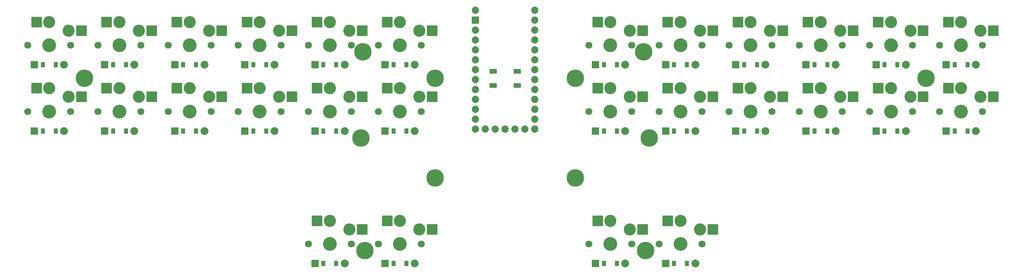
<source format=gbr>
%TF.GenerationSoftware,KiCad,Pcbnew,9.0.0*%
%TF.CreationDate,2025-04-17T17:13:29+02:00*%
%TF.ProjectId,pcb,7063622e-6b69-4636-9164-5f7063625858,v1.0.0*%
%TF.SameCoordinates,Original*%
%TF.FileFunction,Soldermask,Bot*%
%TF.FilePolarity,Negative*%
%FSLAX46Y46*%
G04 Gerber Fmt 4.6, Leading zero omitted, Abs format (unit mm)*
G04 Created by KiCad (PCBNEW 9.0.0) date 2025-04-17 17:13:29*
%MOMM*%
%LPD*%
G01*
G04 APERTURE LIST*
G04 Aperture macros list*
%AMRoundRect*
0 Rectangle with rounded corners*
0 $1 Rounding radius*
0 $2 $3 $4 $5 $6 $7 $8 $9 X,Y pos of 4 corners*
0 Add a 4 corners polygon primitive as box body*
4,1,4,$2,$3,$4,$5,$6,$7,$8,$9,$2,$3,0*
0 Add four circle primitives for the rounded corners*
1,1,$1+$1,$2,$3*
1,1,$1+$1,$4,$5*
1,1,$1+$1,$6,$7*
1,1,$1+$1,$8,$9*
0 Add four rect primitives between the rounded corners*
20,1,$1+$1,$2,$3,$4,$5,0*
20,1,$1+$1,$4,$5,$6,$7,0*
20,1,$1+$1,$6,$7,$8,$9,0*
20,1,$1+$1,$8,$9,$2,$3,0*%
G04 Aperture macros list end*
%ADD10C,3.529000*%
%ADD11C,1.801800*%
%ADD12C,3.100000*%
%ADD13RoundRect,0.050000X-1.300000X-1.300000X1.300000X-1.300000X1.300000X1.300000X-1.300000X1.300000X0*%
%ADD14RoundRect,0.050000X-0.450000X-0.600000X0.450000X-0.600000X0.450000X0.600000X-0.450000X0.600000X0*%
%ADD15RoundRect,0.050000X-0.889000X-0.889000X0.889000X-0.889000X0.889000X0.889000X-0.889000X0.889000X0*%
%ADD16C,2.005000*%
%ADD17C,1.852600*%
%ADD18RoundRect,0.050000X-0.876300X0.876300X-0.876300X-0.876300X0.876300X-0.876300X0.876300X0.876300X0*%
%ADD19RoundRect,0.050000X-0.900000X-0.550000X0.900000X-0.550000X0.900000X0.550000X-0.900000X0.550000X0*%
%ADD20C,4.500000*%
%ADD21C,0.800000*%
G04 APERTURE END LIST*
D10*
%TO.C,S1*%
X100000000Y-100000000D03*
D11*
X105500000Y-100000000D03*
X94500000Y-100000000D03*
D12*
X105000000Y-96250000D03*
X100000000Y-94050000D03*
D13*
X96725000Y-94050000D03*
X108275000Y-96250000D03*
%TD*%
D10*
%TO.C,S2*%
X100000000Y-83000000D03*
D11*
X105500000Y-83000000D03*
X94500000Y-83000000D03*
D12*
X105000000Y-79250000D03*
X100000000Y-77050000D03*
D13*
X96725000Y-77050000D03*
X108275000Y-79250000D03*
%TD*%
D10*
%TO.C,S3*%
X118000000Y-100000000D03*
D11*
X123500000Y-100000000D03*
X112500000Y-100000000D03*
D12*
X123000000Y-96250000D03*
X118000000Y-94050000D03*
D13*
X114725000Y-94050000D03*
X126275000Y-96250000D03*
%TD*%
D10*
%TO.C,S4*%
X118000000Y-83000000D03*
D11*
X123500000Y-83000000D03*
X112500000Y-83000000D03*
D12*
X123000000Y-79250000D03*
X118000000Y-77050000D03*
D13*
X114725000Y-77050000D03*
X126275000Y-79250000D03*
%TD*%
D10*
%TO.C,S5*%
X136000000Y-100000000D03*
D11*
X141500000Y-100000000D03*
X130500000Y-100000000D03*
D12*
X141000000Y-96250000D03*
X136000000Y-94050000D03*
D13*
X132725000Y-94050000D03*
X144275000Y-96250000D03*
%TD*%
D10*
%TO.C,S6*%
X136000000Y-83000000D03*
D11*
X141500000Y-83000000D03*
X130500000Y-83000000D03*
D12*
X141000000Y-79250000D03*
X136000000Y-77050000D03*
D13*
X132725000Y-77050000D03*
X144275000Y-79250000D03*
%TD*%
D10*
%TO.C,S7*%
X154000000Y-100000000D03*
D11*
X159500000Y-100000000D03*
X148500000Y-100000000D03*
D12*
X159000000Y-96250000D03*
X154000000Y-94050000D03*
D13*
X150725000Y-94050000D03*
X162275000Y-96250000D03*
%TD*%
D10*
%TO.C,S8*%
X154000000Y-83000000D03*
D11*
X159500000Y-83000000D03*
X148500000Y-83000000D03*
D12*
X159000000Y-79250000D03*
X154000000Y-77050000D03*
D13*
X150725000Y-77050000D03*
X162275000Y-79250000D03*
%TD*%
D10*
%TO.C,S9*%
X172000000Y-100000000D03*
D11*
X177500000Y-100000000D03*
X166500000Y-100000000D03*
D12*
X177000000Y-96250000D03*
X172000000Y-94050000D03*
D13*
X168725000Y-94050000D03*
X180275000Y-96250000D03*
%TD*%
D10*
%TO.C,S10*%
X172000000Y-83000000D03*
D11*
X177500000Y-83000000D03*
X166500000Y-83000000D03*
D12*
X177000000Y-79250000D03*
X172000000Y-77050000D03*
D13*
X168725000Y-77050000D03*
X180275000Y-79250000D03*
%TD*%
D10*
%TO.C,S11*%
X190000000Y-100000000D03*
D11*
X195500000Y-100000000D03*
X184500000Y-100000000D03*
D12*
X195000000Y-96250000D03*
X190000000Y-94050000D03*
D13*
X186725000Y-94050000D03*
X198275000Y-96250000D03*
%TD*%
D10*
%TO.C,S12*%
X190000000Y-83000000D03*
D11*
X195500000Y-83000000D03*
X184500000Y-83000000D03*
D12*
X195000000Y-79250000D03*
X190000000Y-77050000D03*
D13*
X186725000Y-77050000D03*
X198275000Y-79250000D03*
%TD*%
D10*
%TO.C,S13*%
X244000000Y-100000000D03*
D11*
X249500000Y-100000000D03*
X238500000Y-100000000D03*
D12*
X249000000Y-96250000D03*
X244000000Y-94050000D03*
D13*
X240725000Y-94050000D03*
X252275000Y-96250000D03*
%TD*%
D10*
%TO.C,S14*%
X244000000Y-83000000D03*
D11*
X249500000Y-83000000D03*
X238500000Y-83000000D03*
D12*
X249000000Y-79250000D03*
X244000000Y-77050000D03*
D13*
X240725000Y-77050000D03*
X252275000Y-79250000D03*
%TD*%
D10*
%TO.C,S15*%
X262000000Y-100000000D03*
D11*
X267500000Y-100000000D03*
X256500000Y-100000000D03*
D12*
X267000000Y-96250000D03*
X262000000Y-94050000D03*
D13*
X258725000Y-94050000D03*
X270275000Y-96250000D03*
%TD*%
D10*
%TO.C,S16*%
X262000000Y-83000000D03*
D11*
X267500000Y-83000000D03*
X256500000Y-83000000D03*
D12*
X267000000Y-79250000D03*
X262000000Y-77050000D03*
D13*
X258725000Y-77050000D03*
X270275000Y-79250000D03*
%TD*%
D10*
%TO.C,S17*%
X280000000Y-100000000D03*
D11*
X285500000Y-100000000D03*
X274500000Y-100000000D03*
D12*
X285000000Y-96250000D03*
X280000000Y-94050000D03*
D13*
X276725000Y-94050000D03*
X288275000Y-96250000D03*
%TD*%
D10*
%TO.C,S18*%
X280000000Y-83000000D03*
D11*
X285500000Y-83000000D03*
X274500000Y-83000000D03*
D12*
X285000000Y-79250000D03*
X280000000Y-77050000D03*
D13*
X276725000Y-77050000D03*
X288275000Y-79250000D03*
%TD*%
D10*
%TO.C,S19*%
X298000000Y-100000000D03*
D11*
X303500000Y-100000000D03*
X292500000Y-100000000D03*
D12*
X303000000Y-96250000D03*
X298000000Y-94050000D03*
D13*
X294725000Y-94050000D03*
X306275000Y-96250000D03*
%TD*%
D10*
%TO.C,S20*%
X298000000Y-83000000D03*
D11*
X303500000Y-83000000D03*
X292500000Y-83000000D03*
D12*
X303000000Y-79250000D03*
X298000000Y-77050000D03*
D13*
X294725000Y-77050000D03*
X306275000Y-79250000D03*
%TD*%
D10*
%TO.C,S21*%
X316000000Y-100000000D03*
D11*
X321500000Y-100000000D03*
X310500000Y-100000000D03*
D12*
X321000000Y-96250000D03*
X316000000Y-94050000D03*
D13*
X312725000Y-94050000D03*
X324275000Y-96250000D03*
%TD*%
D10*
%TO.C,S22*%
X316000000Y-83000000D03*
D11*
X321500000Y-83000000D03*
X310500000Y-83000000D03*
D12*
X321000000Y-79250000D03*
X316000000Y-77050000D03*
D13*
X312725000Y-77050000D03*
X324275000Y-79250000D03*
%TD*%
D10*
%TO.C,S23*%
X334000000Y-100000000D03*
D11*
X339500000Y-100000000D03*
X328500000Y-100000000D03*
D12*
X339000000Y-96250000D03*
X334000000Y-94050000D03*
D13*
X330725000Y-94050000D03*
X342275000Y-96250000D03*
%TD*%
D10*
%TO.C,S24*%
X334000000Y-83000000D03*
D11*
X339500000Y-83000000D03*
X328500000Y-83000000D03*
D12*
X339000000Y-79250000D03*
X334000000Y-77050000D03*
D13*
X330725000Y-77050000D03*
X342275000Y-79250000D03*
%TD*%
D10*
%TO.C,S25*%
X172000000Y-134000000D03*
D11*
X177500000Y-134000000D03*
X166500000Y-134000000D03*
D12*
X177000000Y-130250000D03*
X172000000Y-128050000D03*
D13*
X168725000Y-128050000D03*
X180275000Y-130250000D03*
%TD*%
D10*
%TO.C,S26*%
X190000000Y-134000000D03*
D11*
X195500000Y-134000000D03*
X184500000Y-134000000D03*
D12*
X195000000Y-130250000D03*
X190000000Y-128050000D03*
D13*
X186725000Y-128050000D03*
X198275000Y-130250000D03*
%TD*%
D10*
%TO.C,S27*%
X244000000Y-134000000D03*
D11*
X249500000Y-134000000D03*
X238500000Y-134000000D03*
D12*
X249000000Y-130250000D03*
X244000000Y-128050000D03*
D13*
X240725000Y-128050000D03*
X252275000Y-130250000D03*
%TD*%
D10*
%TO.C,S28*%
X262000000Y-134000000D03*
D11*
X267500000Y-134000000D03*
X256500000Y-134000000D03*
D12*
X267000000Y-130250000D03*
X262000000Y-128050000D03*
D13*
X258725000Y-128050000D03*
X270275000Y-130250000D03*
%TD*%
D14*
%TO.C,D1*%
X101650000Y-105000000D03*
X98350000Y-105000000D03*
D15*
X96190000Y-105000000D03*
D16*
X103810000Y-105000000D03*
%TD*%
D14*
%TO.C,D2*%
X101650000Y-88000000D03*
X98350000Y-88000000D03*
D15*
X96190000Y-88000000D03*
D16*
X103810000Y-88000000D03*
%TD*%
D14*
%TO.C,D3*%
X119650000Y-105000000D03*
X116350000Y-105000000D03*
D15*
X114190000Y-105000000D03*
D16*
X121810000Y-105000000D03*
%TD*%
D14*
%TO.C,D4*%
X119650000Y-88000000D03*
X116350000Y-88000000D03*
D15*
X114190000Y-88000000D03*
D16*
X121810000Y-88000000D03*
%TD*%
D14*
%TO.C,D5*%
X137650000Y-105000000D03*
X134350000Y-105000000D03*
D15*
X132190000Y-105000000D03*
D16*
X139810000Y-105000000D03*
%TD*%
D14*
%TO.C,D6*%
X137650000Y-88000000D03*
X134350000Y-88000000D03*
D15*
X132190000Y-88000000D03*
D16*
X139810000Y-88000000D03*
%TD*%
D14*
%TO.C,D7*%
X155650000Y-105000000D03*
X152350000Y-105000000D03*
D15*
X150190000Y-105000000D03*
D16*
X157810000Y-105000000D03*
%TD*%
D14*
%TO.C,D8*%
X155650000Y-88000000D03*
X152350000Y-88000000D03*
D15*
X150190000Y-88000000D03*
D16*
X157810000Y-88000000D03*
%TD*%
D14*
%TO.C,D9*%
X173650000Y-105000000D03*
X170350000Y-105000000D03*
D15*
X168190000Y-105000000D03*
D16*
X175810000Y-105000000D03*
%TD*%
D14*
%TO.C,D10*%
X173650000Y-88000000D03*
X170350000Y-88000000D03*
D15*
X168190000Y-88000000D03*
D16*
X175810000Y-88000000D03*
%TD*%
D14*
%TO.C,D11*%
X191650000Y-105000000D03*
X188350000Y-105000000D03*
D15*
X186190000Y-105000000D03*
D16*
X193810000Y-105000000D03*
%TD*%
D14*
%TO.C,D12*%
X191650000Y-88000000D03*
X188350000Y-88000000D03*
D15*
X186190000Y-88000000D03*
D16*
X193810000Y-88000000D03*
%TD*%
D14*
%TO.C,D13*%
X245650000Y-105000000D03*
X242350000Y-105000000D03*
D15*
X240190000Y-105000000D03*
D16*
X247810000Y-105000000D03*
%TD*%
D14*
%TO.C,D14*%
X245650000Y-88000000D03*
X242350000Y-88000000D03*
D15*
X240190000Y-88000000D03*
D16*
X247810000Y-88000000D03*
%TD*%
D14*
%TO.C,D15*%
X263650000Y-105000000D03*
X260350000Y-105000000D03*
D15*
X258190000Y-105000000D03*
D16*
X265810000Y-105000000D03*
%TD*%
D14*
%TO.C,D16*%
X263650000Y-88000000D03*
X260350000Y-88000000D03*
D15*
X258190000Y-88000000D03*
D16*
X265810000Y-88000000D03*
%TD*%
D14*
%TO.C,D17*%
X281650000Y-105000000D03*
X278350000Y-105000000D03*
D15*
X276190000Y-105000000D03*
D16*
X283810000Y-105000000D03*
%TD*%
D14*
%TO.C,D18*%
X281650000Y-88000000D03*
X278350000Y-88000000D03*
D15*
X276190000Y-88000000D03*
D16*
X283810000Y-88000000D03*
%TD*%
D14*
%TO.C,D19*%
X299650000Y-105000000D03*
X296350000Y-105000000D03*
D15*
X294190000Y-105000000D03*
D16*
X301810000Y-105000000D03*
%TD*%
D14*
%TO.C,D20*%
X299650000Y-88000000D03*
X296350000Y-88000000D03*
D15*
X294190000Y-88000000D03*
D16*
X301810000Y-88000000D03*
%TD*%
D14*
%TO.C,D21*%
X317650000Y-105000000D03*
X314350000Y-105000000D03*
D15*
X312190000Y-105000000D03*
D16*
X319810000Y-105000000D03*
%TD*%
D14*
%TO.C,D22*%
X317650000Y-88000000D03*
X314350000Y-88000000D03*
D15*
X312190000Y-88000000D03*
D16*
X319810000Y-88000000D03*
%TD*%
D14*
%TO.C,D23*%
X335650000Y-105000000D03*
X332350000Y-105000000D03*
D15*
X330190000Y-105000000D03*
D16*
X337810000Y-105000000D03*
%TD*%
D14*
%TO.C,D24*%
X335650000Y-88000000D03*
X332350000Y-88000000D03*
D15*
X330190000Y-88000000D03*
D16*
X337810000Y-88000000D03*
%TD*%
D14*
%TO.C,D25*%
X173650000Y-139000000D03*
X170350000Y-139000000D03*
D15*
X168190000Y-139000000D03*
D16*
X175810000Y-139000000D03*
%TD*%
D14*
%TO.C,D26*%
X191650000Y-139000000D03*
X188350000Y-139000000D03*
D15*
X186190000Y-139000000D03*
D16*
X193810000Y-139000000D03*
%TD*%
D14*
%TO.C,D27*%
X245650000Y-139000000D03*
X242350000Y-139000000D03*
D15*
X240190000Y-139000000D03*
D16*
X247810000Y-139000000D03*
%TD*%
D14*
%TO.C,D28*%
X263650000Y-139000000D03*
X260350000Y-139000000D03*
D15*
X258190000Y-139000000D03*
D16*
X265810000Y-139000000D03*
%TD*%
D17*
%TO.C,MCU1*%
X209380000Y-73990000D03*
D18*
X209380000Y-76530000D03*
D17*
X209380000Y-79070000D03*
X209380000Y-81610000D03*
X209380000Y-84150000D03*
X209380000Y-86690000D03*
X209380000Y-89230000D03*
X209380000Y-91770000D03*
X209380000Y-94310000D03*
X209380000Y-96850000D03*
X209380000Y-99390000D03*
X209380000Y-101930000D03*
X209380000Y-104470000D03*
X222080000Y-104470000D03*
X219540000Y-104470000D03*
X217000000Y-104470000D03*
X214460000Y-104470000D03*
X211920000Y-104470000D03*
X224620000Y-73990000D03*
X224620000Y-76530000D03*
X224620000Y-79070000D03*
X224620000Y-81610000D03*
X224620000Y-84150000D03*
X224620000Y-86690000D03*
X224620000Y-89230000D03*
X224620000Y-91770000D03*
X224620000Y-94310000D03*
X224620000Y-96850000D03*
X224620000Y-99390000D03*
X224620000Y-101930000D03*
X224620000Y-104470000D03*
%TD*%
D19*
%TO.C,B1*%
X213900000Y-89650000D03*
X220100000Y-89650000D03*
X213900000Y-93350000D03*
X220100000Y-93350000D03*
%TD*%
D20*
%TO.C,_1*%
X109000000Y-91500000D03*
D21*
X110629630Y-91500000D03*
X110152322Y-92652322D03*
X109000000Y-93129630D03*
X107847678Y-92652322D03*
X107370370Y-91500000D03*
X107847678Y-90347678D03*
X109000000Y-89870370D03*
X110152322Y-90347678D03*
%TD*%
D20*
%TO.C,_2*%
X199000000Y-91500000D03*
D21*
X200629630Y-91500000D03*
X200152322Y-92652322D03*
X199000000Y-93129630D03*
X197847678Y-92652322D03*
X197370370Y-91500000D03*
X197847678Y-90347678D03*
X199000000Y-89870370D03*
X200152322Y-90347678D03*
%TD*%
D20*
%TO.C,_3*%
X180500000Y-84700000D03*
D21*
X182129630Y-84700000D03*
X181652322Y-85852322D03*
X180500000Y-86329630D03*
X179347678Y-85852322D03*
X178870370Y-84700000D03*
X179347678Y-83547678D03*
X180500000Y-83070370D03*
X181652322Y-83547678D03*
%TD*%
D20*
%TO.C,_4*%
X180000000Y-106800000D03*
D21*
X181629630Y-106800000D03*
X181152322Y-107952322D03*
X180000000Y-108429630D03*
X178847678Y-107952322D03*
X178370370Y-106800000D03*
X178847678Y-105647678D03*
X180000000Y-105170370D03*
X181152322Y-105647678D03*
%TD*%
D20*
%TO.C,_5*%
X199000000Y-117000000D03*
D21*
X200629630Y-117000000D03*
X200152322Y-118152322D03*
X199000000Y-118629630D03*
X197847678Y-118152322D03*
X197370370Y-117000000D03*
X197847678Y-115847678D03*
X199000000Y-115370370D03*
X200152322Y-115847678D03*
%TD*%
D20*
%TO.C,_6*%
X325000000Y-91500000D03*
D21*
X326629630Y-91500000D03*
X326152322Y-92652322D03*
X325000000Y-93129630D03*
X323847678Y-92652322D03*
X323370370Y-91500000D03*
X323847678Y-90347678D03*
X325000000Y-89870370D03*
X326152322Y-90347678D03*
%TD*%
D20*
%TO.C,_7*%
X235000000Y-91500000D03*
D21*
X236629630Y-91500000D03*
X236152322Y-92652322D03*
X235000000Y-93129630D03*
X233847678Y-92652322D03*
X233370370Y-91500000D03*
X233847678Y-90347678D03*
X235000000Y-89870370D03*
X236152322Y-90347678D03*
%TD*%
D20*
%TO.C,_8*%
X252500000Y-84700000D03*
D21*
X254129630Y-84700000D03*
X253652322Y-85852322D03*
X252500000Y-86329630D03*
X251347678Y-85852322D03*
X250870370Y-84700000D03*
X251347678Y-83547678D03*
X252500000Y-83070370D03*
X253652322Y-83547678D03*
%TD*%
D20*
%TO.C,_9*%
X254000000Y-106800000D03*
D21*
X255629630Y-106800000D03*
X255152322Y-107952322D03*
X254000000Y-108429630D03*
X252847678Y-107952322D03*
X252370370Y-106800000D03*
X252847678Y-105647678D03*
X254000000Y-105170370D03*
X255152322Y-105647678D03*
%TD*%
D20*
%TO.C,_10*%
X235000000Y-117000000D03*
D21*
X236629630Y-117000000D03*
X236152322Y-118152322D03*
X235000000Y-118629630D03*
X233847678Y-118152322D03*
X233370370Y-117000000D03*
X233847678Y-115847678D03*
X235000000Y-115370370D03*
X236152322Y-115847678D03*
%TD*%
D20*
%TO.C,_11*%
X181000000Y-135700000D03*
D21*
X182629630Y-135700000D03*
X182152322Y-136852322D03*
X181000000Y-137329630D03*
X179847678Y-136852322D03*
X179370370Y-135700000D03*
X179847678Y-134547678D03*
X181000000Y-134070370D03*
X182152322Y-134547678D03*
%TD*%
D20*
%TO.C,_12*%
X253000000Y-135700000D03*
D21*
X254629630Y-135700000D03*
X254152322Y-136852322D03*
X253000000Y-137329630D03*
X251847678Y-136852322D03*
X251370370Y-135700000D03*
X251847678Y-134547678D03*
X253000000Y-134070370D03*
X254152322Y-134547678D03*
%TD*%
M02*

</source>
